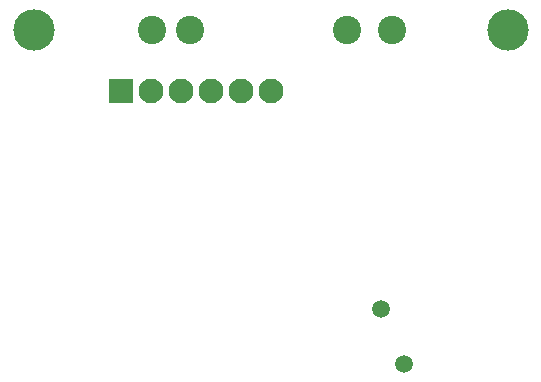
<source format=gbr>
G04 #@! TF.GenerationSoftware,KiCad,Pcbnew,5.0.0-fee4fd1~65~ubuntu17.10.1*
G04 #@! TF.CreationDate,2018-10-07T18:53:38+01:00*
G04 #@! TF.ProjectId,LED Coaster,4C454420436F61737465722E6B696361,rev?*
G04 #@! TF.SameCoordinates,Original*
G04 #@! TF.FileFunction,Soldermask,Bot*
G04 #@! TF.FilePolarity,Negative*
%FSLAX46Y46*%
G04 Gerber Fmt 4.6, Leading zero omitted, Abs format (unit mm)*
G04 Created by KiCad (PCBNEW 5.0.0-fee4fd1~65~ubuntu17.10.1) date Sun Oct  7 18:53:38 2018*
%MOMM*%
%LPD*%
G01*
G04 APERTURE LIST*
%ADD10C,1.500000*%
%ADD11R,2.100000X2.100000*%
%ADD12C,2.100000*%
%ADD13C,2.400000*%
%ADD14C,3.500000*%
G04 APERTURE END LIST*
D10*
G04 #@! TO.C,J1*
X219549483Y-131170333D03*
X217605452Y-126477025D03*
G04 #@! TD*
D11*
G04 #@! TO.C,J2*
X195580000Y-108077000D03*
D12*
X198120000Y-108077000D03*
X200660000Y-108077000D03*
X203200000Y-108077000D03*
X205740000Y-108077000D03*
X208280000Y-108077000D03*
G04 #@! TD*
D13*
G04 #@! TO.C,SW1*
X198247000Y-102870000D03*
X218567000Y-102870000D03*
X201422000Y-102870000D03*
X214757000Y-102870000D03*
G04 #@! TD*
D14*
G04 #@! TO.C,Fix_Hole1*
X188214000Y-102870000D03*
G04 #@! TD*
G04 #@! TO.C,Fix_Hole2*
X228346000Y-102870000D03*
G04 #@! TD*
M02*

</source>
